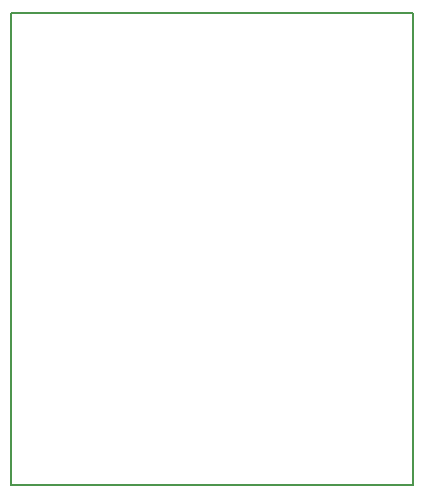
<source format=gbr>
%TF.GenerationSoftware,KiCad,Pcbnew,8.0.2*%
%TF.CreationDate,2025-01-11T01:27:02-03:00*%
%TF.ProjectId,LMH34400,4c4d4833-3434-4303-902e-6b696361645f,rev?*%
%TF.SameCoordinates,Original*%
%TF.FileFunction,Profile,NP*%
%FSLAX46Y46*%
G04 Gerber Fmt 4.6, Leading zero omitted, Abs format (unit mm)*
G04 Created by KiCad (PCBNEW 8.0.2) date 2025-01-11 01:27:02*
%MOMM*%
%LPD*%
G01*
G04 APERTURE LIST*
%TA.AperFunction,Profile*%
%ADD10C,0.200000*%
%TD*%
G04 APERTURE END LIST*
D10*
X107000000Y-53000000D02*
X141000000Y-53000000D01*
X141000000Y-93000000D01*
X107000000Y-93000000D01*
X107000000Y-53000000D01*
M02*

</source>
